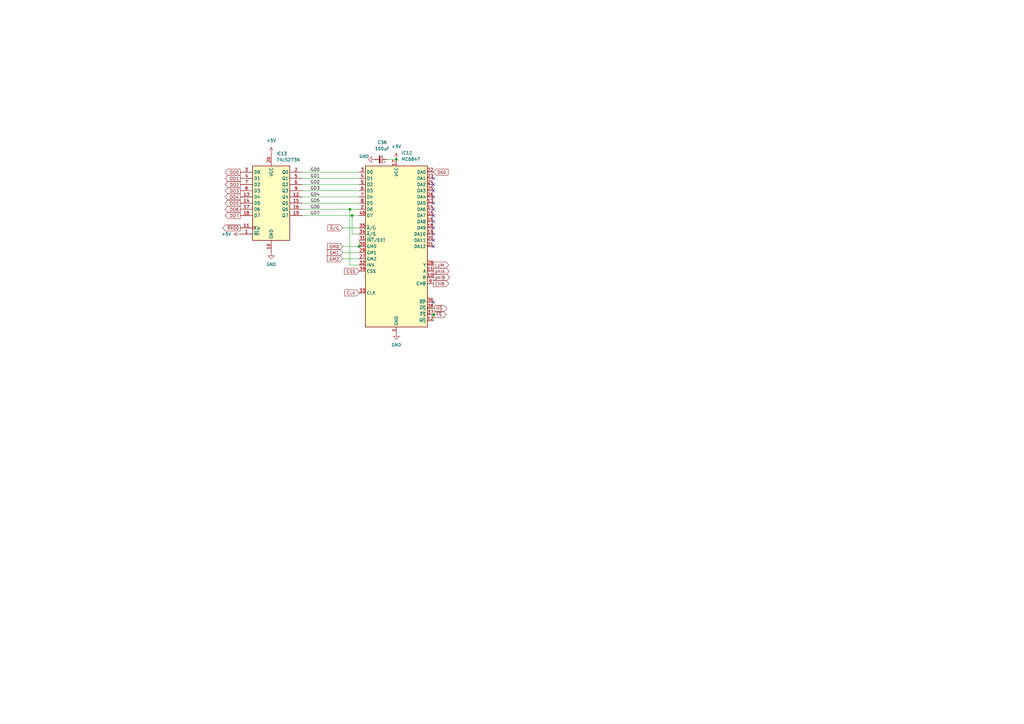
<source format=kicad_sch>
(kicad_sch (version 20250114) (generator "eeschema") (generator_version "9.0")
  (paper "A3")
  (title_block (date "2023-06-03") (rev "2.1"))
  (lib_symbols
    (symbol "74xx:74LS273"
      (property "Reference" "U" (at -7.62 16.51 0))
      (property "Value" "74LS273" (at -7.62 -16.51 0))
      (symbol "74LS273_1_0"
        (pin input line (at -12.7 12.7 0) (length 5.08) (name "D0") (number "3"))
        (pin input line (at -12.7 10.16 0) (length 5.08) (name "D1") (number "4"))
        (pin input line (at -12.7 7.62 0) (length 5.08) (name "D2") (number "7"))
        (pin input line (at -12.7 5.08 0) (length 5.08) (name "D3") (number "8"))
        (pin input line (at -12.7 2.54 0) (length 5.08) (name "D4") (number "13"))
        (pin input line (at -12.7 0 0) (length 5.08) (name "D5") (number "14"))
        (pin input line (at -12.7 -2.54 0) (length 5.08) (name "D6") (number "17"))
        (pin input line (at -12.7 -5.08 0) (length 5.08) (name "D7") (number "18"))
        (pin input clock (at -12.7 -10.16 0) (length 5.08) (name "Cp") (number "11"))
        (pin input line (at -12.7 -12.7 0) (length 5.08) (name "~{Mr}") (number "1"))
        (pin power_in line (at 0 20.32 270) (length 5.08) (name "VCC") (number "20"))
        (pin power_in line (at 0 -20.32 90) (length 5.08) (name "GND") (number "10"))
        (pin output line (at 12.7 12.7 180) (length 5.08) (name "Q0") (number "2"))
        (pin output line (at 12.7 10.16 180) (length 5.08) (name "Q1") (number "5"))
        (pin output line (at 12.7 7.62 180) (length 5.08) (name "Q2") (number "6"))
        (pin output line (at 12.7 5.08 180) (length 5.08) (name "Q3") (number "9"))
        (pin output line (at 12.7 2.54 180) (length 5.08) (name "Q4") (number "12"))
        (pin output line (at 12.7 0 180) (length 5.08) (name "Q5") (number "15"))
        (pin output line (at 12.7 -2.54 180) (length 5.08) (name "Q6") (number "16"))
        (pin output line (at 12.7 -5.08 180) (length 5.08) (name "Q7") (number "19"))
      )
      (symbol "74LS273_1_1"
        (rectangle (start -7.62 15.24) (end 7.62 -15.24) (stroke (width 0.254)) (fill (type background)))
      )
    )
    (symbol "Device:C_Polarized_Small" (pin_numbers (hide yes)) (pin_names (offset 0.254) (hide yes))
      (property "Reference" "C" (at 0.254 1.778 0))
      (property "Value" "C_Polarized_Small" (at 0.254 -2.032 0))
      (symbol "C_Polarized_Small_0_1"
        (rectangle (start -1.524 0.6858) (end 1.524 0.3048))
        (rectangle (start -1.524 -0.3048) (end 1.524 -0.6858) (fill (type outline)))
        (polyline (pts (xy -1.27 1.524) (xy -0.762 1.524)))
        (polyline (pts (xy -1.016 1.27) (xy -1.016 1.778)))
      )
      (symbol "C_Polarized_Small_1_1"
        (pin passive line (at 0 2.54 270) (length 1.8542) (name "~") (number "1"))
        (pin passive line (at 0 -2.54 90) (length 1.8542) (name "~") (number "2"))
      )
    )
    (symbol "power:+5V" (power) (pin_names (offset 0))
      (property "Value" "+5V" (at 0 3.556 0))
      (symbol "+5V_0_1"
        (polyline (pts (xy -0.762 1.27) (xy 0 2.54)))
        (polyline (pts (xy 0 2.54) (xy 0.762 1.27)))
        (polyline (pts (xy 0 0) (xy 0 2.54)))
      )
      (symbol "+5V_1_1"
        (pin power_in line (at 0 0 90) (length 0) (hide yes) (name "+5V") (number "1"))
      )
    )
    (symbol "power:GND" (power) (pin_names (offset 0))
      (property "Value" "GND" (at 0 -3.81 0))
      (symbol "GND_0_1"
        (polyline (pts (xy 0 0) (xy 0 -1.27) (xy 1.27 -1.27) (xy 0 -2.54) (xy -1.27 -1.27) (xy 0 -1.27)))
      )
      (symbol "GND_1_1"
        (pin power_in line (at 0 0 270) (length 0) (hide yes) (name "GND") (number "1"))
      )
    )
    (symbol "vdg:MC6847"
      (property "Reference" "U" (at 0 0 0))
      (property "Value" "MC6847" (at 0 -2.54 0))
      (symbol "MC6847_0_1"
        (rectangle (start -12.7 -33.02) (end 12.7 33.02) (stroke (width 0.254)) (fill (type background)))
      )
      (symbol "MC6847_1_1"
        (pin bidirectional line (at -15.24 30.48 0) (length 2.54) (name "D0") (number "3"))
        (pin bidirectional line (at -15.24 27.94 0) (length 2.54) (name "D1") (number "4"))
        (pin bidirectional line (at -15.24 25.4 0) (length 2.54) (name "D2") (number "5"))
        (pin bidirectional line (at -15.24 22.86 0) (length 2.54) (name "D3") (number "6"))
        (pin bidirectional line (at -15.24 20.32 0) (length 2.54) (name "D4") (number "7"))
        (pin bidirectional line (at -15.24 17.78 0) (length 2.54) (name "D5") (number "8"))
        (pin bidirectional line (at -15.24 15.24 0) (length 2.54) (name "D6") (number "2"))
        (pin bidirectional line (at -15.24 12.7 0) (length 2.54) (name "D7") (number "40"))
        (pin input line (at -15.24 7.62 0) (length 2.54) (name "~{A}/G") (number "35"))
        (pin input line (at -15.24 5.08 0) (length 2.54) (name "~{A}/S") (number "34"))
        (pin input line (at -15.24 2.54 0) (length 2.54) (name "~{INT}/EXT") (number "31"))
        (pin input line (at -15.24 0 0) (length 2.54) (name "GM0") (number "30"))
        (pin input line (at -15.24 -2.54 0) (length 2.54) (name "GM1") (number "29"))
        (pin input line (at -15.24 -5.08 0) (length 2.54) (name "GM2") (number "27"))
        (pin input line (at -15.24 -7.62 0) (length 2.54) (name "INV") (number "32"))
        (pin input line (at -15.24 -10.16 0) (length 2.54) (name "CSS") (number "39"))
        (pin input line (at -15.24 -19.05 0) (length 2.54) (name "CLK") (number "33"))
        (pin power_in line (at 0 35.56 270) (length 2.54) (name "VCC") (number "17"))
        (pin power_in line (at 0 -35.56 90) (length 2.54) (name "GND") (number "1"))
        (pin output line (at 15.24 30.48 180) (length 2.54) (name "DA0") (number "22"))
        (pin output line (at 15.24 27.94 180) (length 2.54) (name "DA1") (number "23"))
        (pin output line (at 15.24 25.4 180) (length 2.54) (name "DA2") (number "24"))
        (pin output line (at 15.24 22.86 180) (length 2.54) (name "DA3") (number "25"))
        (pin output line (at 15.24 20.32 180) (length 2.54) (name "DA4") (number "26"))
        (pin output line (at 15.24 17.78 180) (length 2.54) (name "DA5") (number "13"))
        (pin output line (at 15.24 15.24 180) (length 2.54) (name "DA6") (number "14"))
        (pin output line (at 15.24 12.7 180) (length 2.54) (name "DA7") (number "15"))
        (pin output line (at 15.24 10.16 180) (length 2.54) (name "DA8") (number "16"))
        (pin output line (at 15.24 7.62 180) (length 2.54) (name "DA9") (number "18"))
        (pin output line (at 15.24 5.08 180) (length 2.54) (name "DA10") (number "19"))
        (pin output line (at 15.24 2.54 180) (length 2.54) (name "DA11") (number "20"))
        (pin output line (at 15.24 0 180) (length 2.54) (name "DA12") (number "21"))
        (pin output line (at 15.24 -7.62 180) (length 2.54) (name "Y") (number "28"))
        (pin output line (at 15.24 -10.16 180) (length 2.54) (name "A") (number "11"))
        (pin output line (at 15.24 -12.7 180) (length 2.54) (name "B") (number "10"))
        (pin output line (at 15.24 -15.24 180) (length 2.54) (name "CHB") (number "9"))
        (pin output line (at 15.24 -22.86 180) (length 2.54) (name "~{RP}") (number "36"))
        (pin output line (at 15.24 -25.4 180) (length 2.54) (name "~{HS}") (number "38"))
        (pin output line (at 15.24 -27.94 180) (length 2.54) (name "~{FS}") (number "37"))
        (pin output line (at 15.24 -30.48 180) (length 2.54) (name "~{MS}") (number "12"))
      )
    )
  )
  (junction (at 177.8 129.032))
  (junction (at 144.399 88.392))
  (junction (at 143.51 85.852))
  (junction (at 147.32 101.092))
  (junction (at 162.56 65.405))
  (no_connect (at 177.8 73.152))
  (no_connect (at 177.8 75.692))
  (no_connect (at 177.8 80.772))
  (no_connect (at 177.8 78.232))
  (no_connect (at 177.8 83.312))
  (no_connect (at 177.8 88.392))
  (no_connect (at 177.8 90.932))
  (no_connect (at 177.8 96.012))
  (no_connect (at 177.8 93.472))
  (no_connect (at 177.8 85.852))
  (no_connect (at 177.8 98.552))
  (no_connect (at 177.8 101.092))
  (no_connect (at 177.8 123.952))
  (wire (pts (xy 140.589 93.472) (xy 147.32 93.472)))
  (wire (pts (xy 177.8 129.032) (xy 178.308 129.032)))
  (wire (pts (xy 123.952 85.852) (xy 143.51 85.852)))
  (wire (pts (xy 123.952 70.612) (xy 147.32 70.612)))
  (wire (pts (xy 162.56 65.405) (xy 162.56 65.532)))
  (wire (pts (xy 147.32 96.012) (xy 144.399 96.012)))
  (wire (pts (xy 144.399 96.012) (xy 144.399 88.392)))
  (wire (pts (xy 140.589 103.632) (xy 147.32 103.632)))
  (wire (pts (xy 143.51 85.852) (xy 147.32 85.852)))
  (wire (pts (xy 123.952 75.692) (xy 147.32 75.692)))
  (wire (pts (xy 123.952 83.312) (xy 147.32 83.312)))
  (wire (pts (xy 178.308 126.492) (xy 177.8 126.492)))
  (wire (pts (xy 123.952 80.772) (xy 147.32 80.772)))
  (wire (pts (xy 140.589 101.092) (xy 147.32 101.092)))
  (wire (pts (xy 140.589 106.172) (xy 147.32 106.172)))
  (wire (pts (xy 147.32 98.552) (xy 147.32 101.092)))
  (wire (pts (xy 177.8 129.032) (xy 177.8 131.572)))
  (wire (pts (xy 158.75 65.405) (xy 162.56 65.405)))
  (wire (pts (xy 143.51 108.712) (xy 143.51 85.852)))
  (wire (pts (xy 147.32 108.712) (xy 143.51 108.712)))
  (wire (pts (xy 123.952 73.152) (xy 147.32 73.152)))
  (wire (pts (xy 144.399 88.392) (xy 147.32 88.392)))
  (wire (pts (xy 123.952 78.232) (xy 147.32 78.232)))
  (wire (pts (xy 123.952 88.392) (xy 144.399 88.392)))
  (label "GD3" (at 127.2598 78.232 0))
  (label "GD1" (at 127.2598 73.152 0))
  (label "GD4" (at 127.2598 80.772 0))
  (label "GD6" (at 127.2598 85.852 0))
  (label "GD2" (at 127.2598 75.692 0))
  (label "GD5" (at 127.2598 83.312 0))
  (label "GD0" (at 127.2598 70.612 0))
  (label "GD7" (at 127.2598 88.392 0))
  (global_label "DO6" (shape output) (at 98.552 85.852 180) (property "Intersheetrefs" "${INTERSHEET_REFS}" (effects (hide yes))))
  (global_label "~{HS}" (shape output) (at 178.308 126.492 0) (property "Intersheetrefs" "${INTERSHEET_REFS}" (effects (hide yes))))
  (global_label "DO3" (shape output) (at 98.552 78.232 180) (property "Intersheetrefs" "${INTERSHEET_REFS}" (effects (hide yes))))
  (global_label "DO2" (shape output) (at 98.552 75.692 180) (property "Intersheetrefs" "${INTERSHEET_REFS}" (effects (hide yes))))
  (global_label "LUM" (shape output) (at 177.8 108.712 0) (property "Intersheetrefs" "${INTERSHEET_REFS}" (effects (hide yes))))
  (global_label "CHB" (shape output) (at 177.8 116.332 0) (property "Intersheetrefs" "${INTERSHEET_REFS}" (effects (hide yes))))
  (global_label "~{RAS0}" (shape output) (at 98.552 93.472 180) (property "Intersheetrefs" "${INTERSHEET_REFS}" (effects (hide yes))))
  (global_label "DO1" (shape output) (at 98.552 73.152 180) (property "Intersheetrefs" "${INTERSHEET_REFS}" (effects (hide yes))))
  (global_label "DO4" (shape output) (at 98.552 80.772 180) (property "Intersheetrefs" "${INTERSHEET_REFS}" (effects (hide yes))))
  (global_label "GM0" (shape input) (at 140.589 101.092 180) (property "Intersheetrefs" "${INTERSHEET_REFS}" (effects (hide yes))))
  (global_label "~{FS}" (shape output) (at 178.308 129.032 0) (property "Intersheetrefs" "${INTERSHEET_REFS}" (effects (hide yes))))
  (global_label "CLK" (shape input) (at 147.32 120.142 180) (property "Intersheetrefs" "${INTERSHEET_REFS}" (effects (hide yes))))
  (global_label "GM1" (shape input) (at 140.589 103.632 180) (property "Intersheetrefs" "${INTERSHEET_REFS}" (effects (hide yes))))
  (global_label "DO0" (shape output) (at 98.552 70.612 180) (property "Intersheetrefs" "${INTERSHEET_REFS}" (effects (hide yes))))
  (global_label "~{A}{slash}G" (shape input) (at 140.589 93.472 180) (property "Intersheetrefs" "${INTERSHEET_REFS}" (effects (hide yes))))
  (global_label "DO7" (shape output) (at 98.552 88.392 180) (property "Intersheetrefs" "${INTERSHEET_REFS}" (effects (hide yes))))
  (global_label "phiA" (shape output) (at 177.8 111.252 0) (property "Intersheetrefs" "${INTERSHEET_REFS}" (effects (hide yes))))
  (global_label "DA0" (shape input) (at 177.8 70.612 0) (property "Intersheetrefs" "${INTERSHEET_REFS}" (effects (hide yes))))
  (global_label "GM2" (shape input) (at 140.589 106.172 180) (property "Intersheetrefs" "${INTERSHEET_REFS}" (effects (hide yes))))
  (global_label "phiB" (shape output) (at 177.8 113.792 0) (property "Intersheetrefs" "${INTERSHEET_REFS}" (effects (hide yes))))
  (global_label "CSS" (shape input) (at 147.32 111.252 180) (property "Intersheetrefs" "${INTERSHEET_REFS}" (effects (hide yes))))
  (global_label "DO5" (shape output) (at 98.552 83.312 180) (property "Intersheetrefs" "${INTERSHEET_REFS}" (effects (hide yes))))
  (symbol (lib_id "power:+5V") (at 162.56 65.405 0) (unit 1)
    (property "Reference" "#PWR0180" (effects (hide yes)))
    (property "Value" "+5V" (at 162.56 60.071 0))
  )
  (symbol (lib_id "74xx:74LS273") (at 111.252 83.312 0) (unit 1)
    (property "Reference" "IC13" (at 113.2714 62.992 0) (effects (justify left)))
    (property "Value" "74LS273N" (at 113.2714 65.532 0) (effects (justify left)))
    (property "Footprint" "Package_DIP:DIP-20_W7.62mm" (effects (hide yes)))
    (property "Datasheet" "http://www.ti.com/lit/gpn/sn74LS273" (effects (hide yes)))
    (property "DigiKey" "296-1657-5-ND" (effects (hide yes)))
    (property "SA2120" "Sheet 1" (effects (hide yes)))
  )
  (symbol (lib_id "power:GND") (at 111.252 103.632 0) (unit 1)
    (property "Reference" "#PWR0183" (effects (hide yes)))
    (property "Value" "GND" (at 111.252 108.458 0))
  )
  (symbol (lib_id "Device:C_Polarized_Small") (at 156.21 65.405 270) (mirror x) (unit 1)
    (property "Reference" "C36" (at 156.7561 58.42 90))
    (property "Value" "100uF" (at 156.7561 60.96 90))
    (property "Footprint" "Capacitor_THT:CP_Radial_D6.3mm_P2.50mm" (effects (hide yes)))
    (property "Datasheet" "https://www.we-online.com/katalog/datasheet/860010372006.pdf" (effects (hide yes)))
    (property "DigiKey" "732-8598-1-ND" (effects (hide yes)))
  )
  (symbol (lib_id "power:+5V") (at 98.552 96.012 90) (unit 1)
    (property "Reference" "#PWR0184" (effects (hide yes)))
    (property "Value" "+5V" (at 94.869 96.0119 90) (effects (justify left)))
  )
  (symbol (lib_id "power:+5V") (at 111.252 62.992 0) (unit 1)
    (property "Reference" "#PWR0182" (effects (hide yes)))
    (property "Value" "+5V" (at 111.252 57.658 0))
  )
  (symbol (lib_id "vdg:MC6847") (at 162.56 101.092 0) (unit 1)
    (property "Reference" "IC12" (at 164.5794 62.738 0) (effects (justify left)))
    (property "Value" "MC6847" (at 164.5794 65.278 0) (effects (justify left)))
    (property "Footprint" "Package_DIP:DIP-40_W15.24mm" (effects (hide yes)))
    (property "Note" "donor" (effects (hide yes)))
    (property "SA2120" "Sheet 1" (effects (hide yes)))
  )
  (symbol (lib_id "power:GND") (at 162.56 136.652 0) (unit 1)
    (property "Reference" "#PWR0179" (effects (hide yes)))
    (property "Value" "GND" (at 162.56 141.478 0))
  )
  (symbol (lib_id "power:GND") (at 153.67 65.405 270) (unit 1)
    (property "Reference" "#PWR0181" (effects (hide yes)))
    (property "Value" "GND" (at 147.32 64.135 90) (effects (justify left)))
  )
)
</source>
